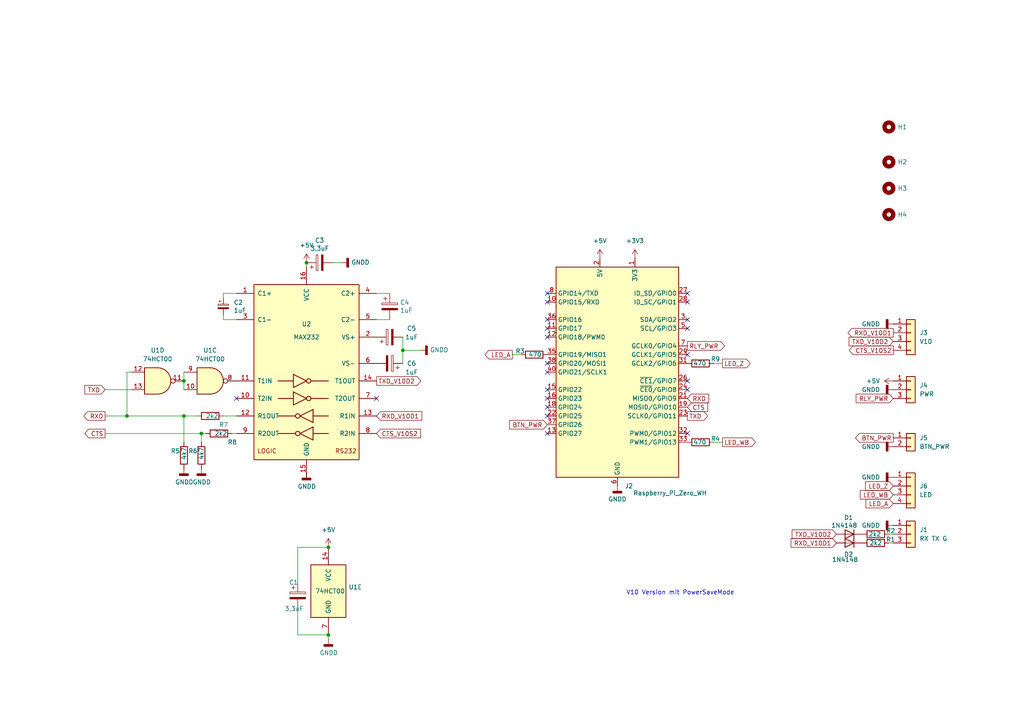
<source format=kicad_sch>
(kicad_sch (version 20250114) (generator "eeschema") (generator_version "9.0")
  (paper "A4")
  (lib_symbols
    (symbol "74xx:74HCT00" (pin_names (offset 1.016))
      (property "Reference" "U" (at 0 1.27 0))
      (property "Value" "74HCT00" (at 0 -1.27 0))
      (symbol "74HCT00_1_1"
        (arc (start 0 3.81) (mid 3.7934 0) (end 0 -3.81) (stroke (width 0.254)) (fill (type background)))
        (polyline (pts (xy 0 3.81) (xy -3.81 3.81) (xy -3.81 -3.81) (xy 0 -3.81)) (stroke (width 0.254)) (fill (type background)))
        (pin input line (at -7.62 2.54 0) (length 3.81) (name "~") (number "1"))
        (pin input line (at -7.62 -2.54 0) (length 3.81) (name "~") (number "2"))
        (pin output inverted (at 7.62 0 180) (length 3.81) (name "~") (number "3"))
      )
      (symbol "74HCT00_1_2"
        (arc (start -3.81 3.81) (mid -2.589 0) (end -3.81 -3.81) (stroke (width 0.254)))
        (polyline (pts (xy -3.81 3.81) (xy -0.635 3.81)) (stroke (width 0.254)) (fill (type background)))
        (polyline (pts (xy -3.81 -3.81) (xy -0.635 -3.81)) (stroke (width 0.254)) (fill (type background)))
        (arc (start 3.81 0) (mid 2.1855 -2.584) (end -0.6096 -3.81) (stroke (width 0.254)) (fill (type background)))
        (arc (start -0.6096 3.81) (mid 2.1928 2.5924) (end 3.81 0) (stroke (width 0.254)) (fill (type background)))
        (polyline (pts (xy -0.635 3.81) (xy -3.81 3.81) (xy -3.81 3.81) (xy -3.556 3.4036) (xy -3.0226 2.2606) (xy -2.6924 1.0414) (xy -2.6162 -0.254) (xy -2.7686 -1.4986) (xy -3.175 -2.7178) (xy -3.81 -3.81) (xy -3.81 -3.81) (xy -0.635 -3.81)) (stroke (width -25.4)) (fill (type background)))
        (pin input inverted (at -7.62 2.54 0) (length 4.318) (name "~") (number "1"))
        (pin input inverted (at -7.62 -2.54 0) (length 4.318) (name "~") (number "2"))
        (pin output line (at 7.62 0 180) (length 3.81) (name "~") (number "3"))
      )
      (symbol "74HCT00_2_1"
        (arc (start 0 3.81) (mid 3.7934 0) (end 0 -3.81) (stroke (width 0.254)) (fill (type background)))
        (polyline (pts (xy 0 3.81) (xy -3.81 3.81) (xy -3.81 -3.81) (xy 0 -3.81)) (stroke (width 0.254)) (fill (type background)))
        (pin input line (at -7.62 2.54 0) (length 3.81) (name "~") (number "4"))
        (pin input line (at -7.62 -2.54 0) (length 3.81) (name "~") (number "5"))
        (pin output inverted (at 7.62 0 180) (length 3.81) (name "~") (number "6"))
      )
      (symbol "74HCT00_2_2"
        (arc (start -3.81 3.81) (mid -2.589 0) (end -3.81 -3.81) (stroke (width 0.254)))
        (polyline (pts (xy -3.81 3.81) (xy -0.635 3.81)) (stroke (width 0.254)) (fill (type background)))
        (polyline (pts (xy -3.81 -3.81) (xy -0.635 -3.81)) (stroke (width 0.254)) (fill (type background)))
        (arc (start 3.81 0) (mid 2.1855 -2.584) (end -0.6096 -3.81) (stroke (width 0.254)) (fill (type background)))
        (arc (start -0.6096 3.81) (mid 2.1928 2.5924) (end 3.81 0) (stroke (width 0.254)) (fill (type background)))
        (polyline (pts (xy -0.635 3.81) (xy -3.81 3.81) (xy -3.81 3.81) (xy -3.556 3.4036) (xy -3.0226 2.2606) (xy -2.6924 1.0414) (xy -2.6162 -0.254) (xy -2.7686 -1.4986) (xy -3.175 -2.7178) (xy -3.81 -3.81) (xy -3.81 -3.81) (xy -0.635 -3.81)) (stroke (width -25.4)) (fill (type background)))
        (pin input inverted (at -7.62 2.54 0) (length 4.318) (name "~") (number "4"))
        (pin input inverted (at -7.62 -2.54 0) (length 4.318) (name "~") (number "5"))
        (pin output line (at 7.62 0 180) (length 3.81) (name "~") (number "6"))
      )
      (symbol "74HCT00_3_1"
        (arc (start 0 3.81) (mid 3.7934 0) (end 0 -3.81) (stroke (width 0.254)) (fill (type background)))
        (polyline (pts (xy 0 3.81) (xy -3.81 3.81) (xy -3.81 -3.81) (xy 0 -3.81)) (stroke (width 0.254)) (fill (type background)))
        (pin input line (at -7.62 2.54 0) (length 3.81) (name "~") (number "9"))
        (pin input line (at -7.62 -2.54 0) (length 3.81) (name "~") (number "10"))
        (pin output inverted (at 7.62 0 180) (length 3.81) (name "~") (number "8"))
      )
      (symbol "74HCT00_3_2"
        (arc (start -3.81 3.81) (mid -2.589 0) (end -3.81 -3.81) (stroke (width 0.254)))
        (polyline (pts (xy -3.81 3.81) (xy -0.635 3.81)) (stroke (width 0.254)) (fill (type background)))
        (polyline (pts (xy -3.81 -3.81) (xy -0.635 -3.81)) (stroke (width 0.254)) (fill (type background)))
        (arc (start 3.81 0) (mid 2.1855 -2.584) (end -0.6096 -3.81) (stroke (width 0.254)) (fill (type background)))
        (arc (start -0.6096 3.81) (mid 2.1928 2.5924) (end 3.81 0) (stroke (width 0.254)) (fill (type background)))
        (polyline (pts (xy -0.635 3.81) (xy -3.81 3.81) (xy -3.81 3.81) (xy -3.556 3.4036) (xy -3.0226 2.2606) (xy -2.6924 1.0414) (xy -2.6162 -0.254) (xy -2.7686 -1.4986) (xy -3.175 -2.7178) (xy -3.81 -3.81) (xy -3.81 -3.81) (xy -0.635 -3.81)) (stroke (width -25.4)) (fill (type background)))
        (pin input inverted (at -7.62 2.54 0) (length 4.318) (name "~") (number "9"))
        (pin input inverted (at -7.62 -2.54 0) (length 4.318) (name "~") (number "10"))
        (pin output line (at 7.62 0 180) (length 3.81) (name "~") (number "8"))
      )
      (symbol "74HCT00_4_1"
        (arc (start 0 3.81) (mid 3.7934 0) (end 0 -3.81) (stroke (width 0.254)) (fill (type background)))
        (polyline (pts (xy 0 3.81) (xy -3.81 3.81) (xy -3.81 -3.81) (xy 0 -3.81)) (stroke (width 0.254)) (fill (type background)))
        (pin input line (at -7.62 2.54 0) (length 3.81) (name "~") (number "12"))
        (pin input line (at -7.62 -2.54 0) (length 3.81) (name "~") (number "13"))
        (pin output inverted (at 7.62 0 180) (length 3.81) (name "~") (number "11"))
      )
      (symbol "74HCT00_4_2"
        (arc (start -3.81 3.81) (mid -2.589 0) (end -3.81 -3.81) (stroke (width 0.254)))
        (polyline (pts (xy -3.81 3.81) (xy -0.635 3.81)) (stroke (width 0.254)) (fill (type background)))
        (polyline (pts (xy -3.81 -3.81) (xy -0.635 -3.81)) (stroke (width 0.254)) (fill (type background)))
        (arc (start 3.81 0) (mid 2.1855 -2.584) (end -0.6096 -3.81) (stroke (width 0.254)) (fill (type background)))
        (arc (start -0.6096 3.81) (mid 2.1928 2.5924) (end 3.81 0) (stroke (width 0.254)) (fill (type background)))
        (polyline (pts (xy -0.635 3.81) (xy -3.81 3.81) (xy -3.81 3.81) (xy -3.556 3.4036) (xy -3.0226 2.2606) (xy -2.6924 1.0414) (xy -2.6162 -0.254) (xy -2.7686 -1.4986) (xy -3.175 -2.7178) (xy -3.81 -3.81) (xy -3.81 -3.81) (xy -0.635 -3.81)) (stroke (width -25.4)) (fill (type background)))
        (pin input inverted (at -7.62 2.54 0) (length 4.318) (name "~") (number "12"))
        (pin input inverted (at -7.62 -2.54 0) (length 4.318) (name "~") (number "13"))
        (pin output line (at 7.62 0 180) (length 3.81) (name "~") (number "11"))
      )
      (symbol "74HCT00_5_0"
        (pin power_in line (at 0 12.7 270) (length 5.08) (name "VCC") (number "14"))
        (pin power_in line (at 0 -12.7 90) (length 5.08) (name "GND") (number "7"))
      )
      (symbol "74HCT00_5_1"
        (rectangle (start -5.08 7.62) (end 5.08 -7.62) (stroke (width 0.254)) (fill (type background)))
      )
    )
    (symbol "Connector:Raspberry_Pi_2_3"
      (property "Reference" "J" (at -17.78 31.75 0))
      (property "Value" "Raspberry_Pi_2_3" (at 10.16 -31.75 0))
      (symbol "Raspberry_Pi_2_3_0_1"
        (rectangle (start -17.78 30.48) (end 17.78 -30.48) (stroke (width 0.254)) (fill (type background)))
      )
      (symbol "Raspberry_Pi_2_3_1_1"
        (pin bidirectional line (at -20.32 22.86 0) (length 2.54) (name "GPIO14/TXD") (number "8"))
        (pin bidirectional line (at -20.32 20.32 0) (length 2.54) (name "GPIO15/RXD") (number "10"))
        (pin bidirectional line (at -20.32 15.24 0) (length 2.54) (name "GPIO16") (number "36"))
        (pin bidirectional line (at -20.32 12.7 0) (length 2.54) (name "GPIO17") (number "11"))
        (pin bidirectional line (at -20.32 10.16 0) (length 2.54) (name "GPIO18/PWM0") (number "12"))
        (pin bidirectional line (at -20.32 5.08 0) (length 2.54) (name "GPIO19/MISO1") (number "35"))
        (pin bidirectional line (at -20.32 2.54 0) (length 2.54) (name "GPIO20/MOSI1") (number "38"))
        (pin bidirectional line (at -20.32 0 0) (length 2.54) (name "GPIO21/SCLK1") (number "40"))
        (pin bidirectional line (at -20.32 -5.08 0) (length 2.54) (name "GPIO22") (number "15"))
        (pin bidirectional line (at -20.32 -7.62 0) (length 2.54) (name "GPIO23") (number "16"))
        (pin bidirectional line (at -20.32 -10.16 0) (length 2.54) (name "GPIO24") (number "18"))
        (pin bidirectional line (at -20.32 -12.7 0) (length 2.54) (name "GPIO25") (number "22"))
        (pin bidirectional line (at -20.32 -15.24 0) (length 2.54) (name "GPIO26") (number "37"))
        (pin bidirectional line (at -20.32 -17.78 0) (length 2.54) (name "GPIO27") (number "13"))
        (pin power_in line (at -5.08 33.02 270) (length 2.54) (name "5V") (number "2"))
        (pin passive line (at -5.08 33.02 270) (length 2.54) (hide yes) (name "5V") (number "4"))
        (pin passive line (at 0 -33.02 90) (length 2.54) (hide yes) (name "GND") (number "14"))
        (pin passive line (at 0 -33.02 90) (length 2.54) (hide yes) (name "GND") (number "20"))
        (pin passive line (at 0 -33.02 90) (length 2.54) (hide yes) (name "GND") (number "25"))
        (pin passive line (at 0 -33.02 90) (length 2.54) (hide yes) (name "GND") (number "30"))
        (pin passive line (at 0 -33.02 90) (length 2.54) (hide yes) (name "GND") (number "34"))
        (pin passive line (at 0 -33.02 90) (length 2.54) (hide yes) (name "GND") (number "39"))
        (pin power_in line (at 0 -33.02 90) (length 2.54) (name "GND") (number "6"))
        (pin passive line (at 0 -33.02 90) (length 2.54) (hide yes) (name "GND") (number "9"))
        (pin power_in line (at 5.08 33.02 270) (length 2.54) (name "3V3") (number "1"))
        (pin passive line (at 5.08 33.02 270) (length 2.54) (hide yes) (name "3V3") (number "17"))
        (pin bidirectional line (at 20.32 22.86 180) (length 2.54) (name "ID_SD/GPIO0") (number "27"))
        (pin bidirectional line (at 20.32 20.32 180) (length 2.54) (name "ID_SC/GPIO1") (number "28"))
        (pin bidirectional line (at 20.32 15.24 180) (length 2.54) (name "SDA/GPIO2") (number "3"))
        (pin bidirectional line (at 20.32 12.7 180) (length 2.54) (name "SCL/GPIO3") (number "5"))
        (pin bidirectional line (at 20.32 7.62 180) (length 2.54) (name "GCLK0/GPIO4") (number "7"))
        (pin bidirectional line (at 20.32 5.08 180) (length 2.54) (name "GCLK1/GPIO5") (number "29"))
        (pin bidirectional line (at 20.32 2.54 180) (length 2.54) (name "GCLK2/GPIO6") (number "31"))
        (pin bidirectional line (at 20.32 -2.54 180) (length 2.54) (name "~{CE1}/GPIO7") (number "26"))
        (pin bidirectional line (at 20.32 -5.08 180) (length 2.54) (name "~{CE0}/GPIO8") (number "24"))
        (pin bidirectional line (at 20.32 -7.62 180) (length 2.54) (name "MISO0/GPIO9") (number "21"))
        (pin bidirectional line (at 20.32 -10.16 180) (length 2.54) (name "MOSI0/GPIO10") (number "19"))
        (pin bidirectional line (at 20.32 -12.7 180) (length 2.54) (name "SCLK0/GPIO11") (number "23"))
        (pin bidirectional line (at 20.32 -17.78 180) (length 2.54) (name "PWM0/GPIO12") (number "32"))
        (pin bidirectional line (at 20.32 -20.32 180) (length 2.54) (name "PWM1/GPIO13") (number "33"))
      )
    )
    (symbol "Connector_Generic:Conn_01x02" (pin_names (offset 1.016) (hide yes))
      (property "Reference" "J" (at 0 2.54 0))
      (property "Value" "Conn_01x02" (at 0 -5.08 0))
      (symbol "Conn_01x02_1_1"
        (rectangle (start -1.27 1.27) (end 1.27 -3.81) (stroke (width 0.254)) (fill (type background)))
        (rectangle (start -1.27 0.127) (end 0 -0.127) (stroke (width 0.1524)))
        (rectangle (start -1.27 -2.413) (end 0 -2.667) (stroke (width 0.1524)))
        (pin passive line (at -5.08 0 0) (length 3.81) (name "Pin_1") (number "1"))
        (pin passive line (at -5.08 -2.54 0) (length 3.81) (name "Pin_2") (number "2"))
      )
    )
    (symbol "Connector_Generic:Conn_01x03" (pin_names (offset 1.016) (hide yes))
      (property "Reference" "J" (at 0 5.08 0))
      (property "Value" "Conn_01x03" (at 0 -5.08 0))
      (symbol "Conn_01x03_1_1"
        (rectangle (start -1.27 3.81) (end 1.27 -3.81) (stroke (width 0.254)) (fill (type background)))
        (rectangle (start -1.27 2.667) (end 0 2.413) (stroke (width 0.1524)))
        (rectangle (start -1.27 0.127) (end 0 -0.127) (stroke (width 0.1524)))
        (rectangle (start -1.27 -2.413) (end 0 -2.667) (stroke (width 0.1524)))
        (pin passive line (at -5.08 2.54 0) (length 3.81) (name "Pin_1") (number "1"))
        (pin passive line (at -5.08 0 0) (length 3.81) (name "Pin_2") (number "2"))
        (pin passive line (at -5.08 -2.54 0) (length 3.81) (name "Pin_3") (number "3"))
      )
    )
    (symbol "Connector_Generic:Conn_01x04" (pin_names (offset 1.016) (hide yes))
      (property "Reference" "J" (at 0 5.08 0))
      (property "Value" "Conn_01x04" (at 0 -7.62 0))
      (symbol "Conn_01x04_1_1"
        (rectangle (start -1.27 3.81) (end 1.27 -6.35) (stroke (width 0.254)) (fill (type background)))
        (rectangle (start -1.27 2.667) (end 0 2.413) (stroke (width 0.1524)))
        (rectangle (start -1.27 0.127) (end 0 -0.127) (stroke (width 0.1524)))
        (rectangle (start -1.27 -2.413) (end 0 -2.667) (stroke (width 0.1524)))
        (rectangle (start -1.27 -4.953) (end 0 -5.207) (stroke (width 0.1524)))
        (pin passive line (at -5.08 2.54 0) (length 3.81) (name "Pin_1") (number "1"))
        (pin passive line (at -5.08 0 0) (length 3.81) (name "Pin_2") (number "2"))
        (pin passive line (at -5.08 -2.54 0) (length 3.81) (name "Pin_3") (number "3"))
        (pin passive line (at -5.08 -5.08 0) (length 3.81) (name "Pin_4") (number "4"))
      )
    )
    (symbol "Device:C_Polarized" (pin_numbers (hide yes)) (pin_names (offset 0.254))
      (property "Reference" "C" (at 0.635 2.54 0))
      (property "Value" "C_Polarized" (at 0.635 -2.54 0))
      (symbol "C_Polarized_0_1"
        (rectangle (start -2.286 0.508) (end 2.286 1.016))
        (polyline (pts (xy -1.778 2.286) (xy -0.762 2.286)))
        (polyline (pts (xy -1.27 2.794) (xy -1.27 1.778)))
        (rectangle (start 2.286 -0.508) (end -2.286 -1.016) (fill (type outline)))
      )
      (symbol "C_Polarized_1_1"
        (pin passive line (at 0 3.81 270) (length 2.794) (name "~") (number "1"))
        (pin passive line (at 0 -3.81 90) (length 2.794) (name "~") (number "2"))
      )
    )
    (symbol "Device:C_Polarized_Small" (pin_numbers (hide yes)) (pin_names (offset 0.254) (hide yes))
      (property "Reference" "C" (at 0.254 1.778 0))
      (property "Value" "C_Polarized_Small" (at 0.254 -2.032 0))
      (symbol "C_Polarized_Small_0_1"
        (rectangle (start -1.524 0.6858) (end 1.524 0.3048))
        (rectangle (start -1.524 -0.3048) (end 1.524 -0.6858) (fill (type outline)))
        (polyline (pts (xy -1.27 1.524) (xy -0.762 1.524)))
        (polyline (pts (xy -1.016 1.27) (xy -1.016 1.778)))
      )
      (symbol "C_Polarized_Small_1_1"
        (pin passive line (at 0 2.54 270) (length 1.8542) (name "~") (number "1"))
        (pin passive line (at 0 -2.54 90) (length 1.8542) (name "~") (number "2"))
      )
    )
    (symbol "Device:D" (pin_numbers (hide yes)) (pin_names (offset 1.016) (hide yes))
      (property "Reference" "D" (at 0 2.54 0))
      (property "Value" "D" (at 0 -2.54 0))
      (symbol "D_0_1"
        (polyline (pts (xy -1.27 1.27) (xy -1.27 -1.27)) (stroke (width 0.254)))
        (polyline (pts (xy 1.27 1.27) (xy 1.27 -1.27) (xy -1.27 0) (xy 1.27 1.27)) (stroke (width 0.254)))
        (polyline (pts (xy 1.27 0) (xy -1.27 0)))
      )
      (symbol "D_1_1"
        (pin passive line (at -3.81 0 0) (length 2.54) (name "K") (number "1"))
        (pin passive line (at 3.81 0 180) (length 2.54) (name "A") (number "2"))
      )
    )
    (symbol "Device:R" (pin_numbers (hide yes)) (pin_names (offset 0))
      (property "Reference" "R" (at 2.032 0 90))
      (property "Value" "R" (at 0 0 90))
      (symbol "R_0_1"
        (rectangle (start -1.016 -2.54) (end 1.016 2.54) (stroke (width 0.254)))
      )
      (symbol "R_1_1"
        (pin passive line (at 0 3.81 270) (length 1.27) (name "~") (number "1"))
        (pin passive line (at 0 -3.81 90) (length 1.27) (name "~") (number "2"))
      )
    )
    (symbol "Interface_UART:MAX232" (pin_names (offset 1.016))
      (property "Reference" "U" (at -2.54 28.575 0))
      (property "Value" "MAX232" (at -2.54 26.67 0))
      (symbol "MAX232_0_0"
        (text "LOGIC" (at -11.43 -22.86 0) (effects (font (size 1.27 1.27))))
        (text "RS232" (at 11.43 -22.86 0) (effects (font (size 1.27 1.27))))
      )
      (symbol "MAX232_0_1"
        (rectangle (start -15.24 -25.4) (end 15.24 25.4) (stroke (width 0.254)) (fill (type background)))
        (polyline (pts (xy -3.81 -0.635) (xy -3.81 -4.445) (xy 0 -2.54) (xy -3.81 -0.635)) (stroke (width 0.254)))
        (polyline (pts (xy -3.81 -2.54) (xy -8.255 -2.54)) (stroke (width 0.254)))
        (polyline (pts (xy -3.81 -5.715) (xy -3.81 -9.525) (xy 0 -7.62) (xy -3.81 -5.715)) (stroke (width 0.254)))
        (polyline (pts (xy -3.81 -7.62) (xy -8.255 -7.62)) (stroke (width 0.254)))
        (polyline (pts (xy -3.175 -12.7) (xy -8.255 -12.7)) (stroke (width 0.254)))
        (polyline (pts (xy -3.175 -17.78) (xy -8.255 -17.78)) (stroke (width 0.254)))
        (circle (center -2.54 -12.7) (radius 0.635) (stroke (width 0.254)))
        (circle (center -2.54 -17.78) (radius 0.635) (stroke (width 0.254)))
        (circle (center 0.635 -2.54) (radius 0.635) (stroke (width 0.254)))
        (circle (center 0.635 -7.62) (radius 0.635) (stroke (width 0.254)))
        (polyline (pts (xy 1.27 -2.54) (xy 6.35 -2.54)) (stroke (width 0.254)))
        (polyline (pts (xy 1.27 -7.62) (xy 6.35 -7.62)) (stroke (width 0.254)))
        (polyline (pts (xy 1.905 -10.795) (xy 1.905 -14.605) (xy -1.905 -12.7) (xy 1.905 -10.795)) (stroke (width 0.254)))
        (polyline (pts (xy 1.905 -12.7) (xy 6.35 -12.7)) (stroke (width 0.254)))
        (polyline (pts (xy 1.905 -15.875) (xy 1.905 -19.685) (xy -1.905 -17.78) (xy 1.905 -15.875)) (stroke (width 0.254)))
        (polyline (pts (xy 1.905 -17.78) (xy 6.35 -17.78)) (stroke (width 0.254)))
      )
      (symbol "MAX232_1_1"
        (pin passive line (at -20.32 22.86 0) (length 5.08) (name "C1+") (number "1"))
        (pin passive line (at -20.32 15.24 0) (length 5.08) (name "C1-") (number "3"))
        (pin input line (at -20.32 -2.54 0) (length 5.08) (name "T1IN") (number "11"))
        (pin input line (at -20.32 -7.62 0) (length 5.08) (name "T2IN") (number "10"))
        (pin output line (at -20.32 -12.7 0) (length 5.08) (name "R1OUT") (number "12"))
        (pin output line (at -20.32 -17.78 0) (length 5.08) (name "R2OUT") (number "9"))
        (pin power_in line (at 0 30.48 270) (length 5.08) (name "VCC") (number "16"))
        (pin power_in line (at 0 -30.48 90) (length 5.08) (name "GND") (number "15"))
        (pin passive line (at 20.32 22.86 180) (length 5.08) (name "C2+") (number "4"))
        (pin passive line (at 20.32 15.24 180) (length 5.08) (name "C2-") (number "5"))
        (pin power_out line (at 20.32 10.16 180) (length 5.08) (name "VS+") (number "2"))
        (pin power_out line (at 20.32 2.54 180) (length 5.08) (name "VS-") (number "6"))
        (pin output line (at 20.32 -2.54 180) (length 5.08) (name "T1OUT") (number "14"))
        (pin output line (at 20.32 -7.62 180) (length 5.08) (name "T2OUT") (number "7"))
        (pin input line (at 20.32 -12.7 180) (length 5.08) (name "R1IN") (number "13"))
        (pin input line (at 20.32 -17.78 180) (length 5.08) (name "R2IN") (number "8"))
      )
    )
    (symbol "Mechanical:MountingHole" (pin_names (offset 1.016)) (in_bom no)
      (property "Reference" "H" (at 0 5.08 0))
      (property "Value" "MountingHole" (at 0 3.175 0))
      (symbol "MountingHole_0_1"
        (circle (center 0 0) (radius 1.27) (stroke (width 1.27)))
      )
    )
    (symbol "power:+3V3" (power) (pin_numbers (hide yes)) (pin_names (offset 0) (hide yes))
      (property "Value" "+3V3" (at 0 3.556 0))
      (symbol "+3V3_0_1"
        (polyline (pts (xy -0.762 1.27) (xy 0 2.54)))
        (polyline (pts (xy 0 2.54) (xy 0.762 1.27)))
        (polyline (pts (xy 0 0) (xy 0 2.54)))
      )
      (symbol "+3V3_1_1"
        (pin power_in line (at 0 0 90) (length 0) (name "~") (number "1"))
      )
    )
    (symbol "power:+5V" (power) (pin_numbers (hide yes)) (pin_names (offset 0) (hide yes))
      (property "Value" "+5V" (at 0 3.556 0))
      (symbol "+5V_0_1"
        (polyline (pts (xy -0.762 1.27) (xy 0 2.54)))
        (polyline (pts (xy 0 2.54) (xy 0.762 1.27)))
        (polyline (pts (xy 0 0) (xy 0 2.54)))
      )
      (symbol "+5V_1_1"
        (pin power_in line (at 0 0 90) (length 0) (name "~") (number "1"))
      )
    )
    (symbol "power:GNDD" (power) (pin_numbers (hide yes)) (pin_names (offset 0) (hide yes))
      (property "Value" "GNDD" (at 0 -3.175 0))
      (symbol "GNDD_0_1"
        (rectangle (start -1.27 -1.524) (end 1.27 -2.032) (stroke (width 0.254)) (fill (type outline)))
        (polyline (pts (xy 0 0) (xy 0 -1.524)))
      )
      (symbol "GNDD_1_1"
        (pin power_in line (at 0 0 270) (length 0) (name "~") (number "1"))
      )
    )
  )
  (text "V10 Version mit PowerSaveMode" (at 181.61 172.72 0) (effects (font (size 1.27 1.27)) (justify left bottom)))
  (junction (at 95.25 158.75))
  (junction (at 88.9 76.2))
  (junction (at 116.84 101.6))
  (junction (at 36.83 120.65))
  (junction (at 95.25 184.15))
  (junction (at 53.34 120.65))
  (junction (at 58.42 125.73))
  (junction (at 53.34 110.49))
  (no_connect (at 158.75 97.79))
  (no_connect (at 158.75 115.57))
  (no_connect (at 68.58 115.57))
  (no_connect (at 158.75 113.03))
  (no_connect (at 199.39 125.73))
  (no_connect (at 199.39 110.49))
  (no_connect (at 199.39 102.87))
  (no_connect (at 199.39 85.09))
  (no_connect (at 199.39 95.25))
  (no_connect (at 158.75 95.25))
  (no_connect (at 158.75 107.95))
  (no_connect (at 158.75 87.63))
  (no_connect (at 158.75 118.11))
  (no_connect (at 199.39 87.63))
  (no_connect (at 158.75 125.73))
  (no_connect (at 158.75 92.71))
  (no_connect (at 109.22 115.57))
  (no_connect (at 158.75 85.09))
  (no_connect (at 199.39 92.71))
  (no_connect (at 199.39 113.03))
  (no_connect (at 158.75 105.41))
  (no_connect (at 158.75 120.65))
  (wire (pts (xy 64.77 92.71) (xy 68.58 92.71)))
  (wire (pts (xy 116.84 101.6) (xy 116.84 97.79)))
  (wire (pts (xy 53.34 110.49) (xy 53.34 113.03)))
  (wire (pts (xy 36.83 120.65) (xy 36.83 107.95)))
  (wire (pts (xy 207.01 128.27) (xy 209.55 128.27)))
  (wire (pts (xy 53.34 128.27) (xy 53.34 120.65)))
  (wire (pts (xy 96.52 76.2) (xy 99.06 76.2)))
  (wire (pts (xy 36.83 107.95) (xy 38.1 107.95)))
  (wire (pts (xy 109.22 85.09) (xy 113.03 85.09)))
  (wire (pts (xy 64.77 85.09) (xy 64.77 86.36)))
  (wire (pts (xy 36.83 120.65) (xy 53.34 120.65)))
  (wire (pts (xy 68.58 125.73) (xy 67.31 125.73)))
  (wire (pts (xy 86.36 158.75) (xy 95.25 158.75)))
  (wire (pts (xy 58.42 125.73) (xy 59.69 125.73)))
  (wire (pts (xy 64.77 85.09) (xy 68.58 85.09)))
  (wire (pts (xy 86.36 184.15) (xy 95.25 184.15)))
  (wire (pts (xy 30.48 113.03) (xy 38.1 113.03)))
  (wire (pts (xy 58.42 128.27) (xy 58.42 125.73)))
  (wire (pts (xy 86.36 176.53) (xy 86.36 184.15)))
  (wire (pts (xy 88.9 138.43) (xy 88.9 137.16)))
  (wire (pts (xy 86.36 158.75) (xy 86.36 168.91)))
  (wire (pts (xy 53.34 120.65) (xy 57.15 120.65)))
  (wire (pts (xy 116.84 105.41) (xy 116.84 101.6)))
  (wire (pts (xy 121.92 101.6) (xy 116.84 101.6)))
  (wire (pts (xy 109.22 92.71) (xy 113.03 92.71)))
  (wire (pts (xy 257.81 154.94) (xy 259.08 154.94)))
  (wire (pts (xy 64.77 120.65) (xy 68.58 120.65)))
  (wire (pts (xy 30.48 120.65) (xy 36.83 120.65)))
  (wire (pts (xy 257.81 157.48) (xy 259.08 157.48)))
  (wire (pts (xy 53.34 107.95) (xy 53.34 110.49)))
  (wire (pts (xy 58.42 125.73) (xy 30.48 125.73)))
  (wire (pts (xy 88.9 76.2) (xy 88.9 77.47)))
  (wire (pts (xy 64.77 91.44) (xy 64.77 92.71)))
  (wire (pts (xy 207.01 105.41) (xy 209.55 105.41)))
  (wire (pts (xy 148.59 102.87) (xy 151.13 102.87)))
  (wire (pts (xy 95.25 184.15) (xy 95.25 185.42)))
  (global_label "RXD_V10D1" (shape output) (at 259.08 96.52 180) (property "Intersheetrefs" "${INTERSHEET_REFS}" (effects (hide yes))))
  (global_label "CTS" (shape input) (at 199.39 118.11 0) (property "Intersheetrefs" "${INTERSHEET_REFS}" (effects (hide yes))))
  (global_label "LED_WB" (shape input) (at 259.08 143.51 180) (property "Intersheetrefs" "${INTERSHEET_REFS}" (effects (hide yes))))
  (global_label "BTN_PWR" (shape output) (at 259.08 127 180) (property "Intersheetrefs" "${INTERSHEET_REFS}" (effects (hide yes))))
  (global_label "CTS" (shape output) (at 30.48 125.73 180) (property "Intersheetrefs" "${INTERSHEET_REFS}" (effects (hide yes))))
  (global_label "RLY_PWR" (shape output) (at 199.39 100.33 0) (property "Intersheetrefs" "${INTERSHEET_REFS}" (effects (hide yes))))
  (global_label "TXD_V10D2" (shape input) (at 259.08 99.06 180) (property "Intersheetrefs" "${INTERSHEET_REFS}" (effects (hide yes))))
  (global_label "TXD" (shape output) (at 199.39 120.65 0) (property "Intersheetrefs" "${INTERSHEET_REFS}" (effects (hide yes))))
  (global_label "LED_Z" (shape input) (at 259.08 140.97 180) (property "Intersheetrefs" "${INTERSHEET_REFS}" (effects (hide yes))))
  (global_label "RLY_PWR" (shape input) (at 259.08 115.57 180) (property "Intersheetrefs" "${INTERSHEET_REFS}" (effects (hide yes))))
  (global_label "LED_WB" (shape output) (at 209.55 128.27 0) (property "Intersheetrefs" "${INTERSHEET_REFS}" (effects (hide yes))))
  (global_label "LED_A" (shape output) (at 148.59 102.87 180) (property "Intersheetrefs" "${INTERSHEET_REFS}" (effects (hide yes))))
  (global_label "RXD" (shape input) (at 199.39 115.57 0) (property "Intersheetrefs" "${INTERSHEET_REFS}" (effects (hide yes))))
  (global_label "LED_Z" (shape output) (at 209.55 105.41 0) (property "Intersheetrefs" "${INTERSHEET_REFS}" (effects (hide yes))))
  (global_label "TXD" (shape input) (at 30.48 113.03 180) (property "Intersheetrefs" "${INTERSHEET_REFS}" (effects (hide yes))))
  (global_label "TXD_V10D2" (shape input) (at 242.57 154.94 180) (property "Intersheetrefs" "${INTERSHEET_REFS}" (effects (hide yes))))
  (global_label "CTS_V10S2" (shape input) (at 109.22 125.73 0) (property "Intersheetrefs" "${INTERSHEET_REFS}" (effects (hide yes))))
  (global_label "RXD" (shape output) (at 30.48 120.65 180) (property "Intersheetrefs" "${INTERSHEET_REFS}" (effects (hide yes))))
  (global_label "RXD_V10D1" (shape input) (at 242.57 157.48 180) (property "Intersheetrefs" "${INTERSHEET_REFS}" (effects (hide yes))))
  (global_label "RXD_V10D1" (shape input) (at 109.22 120.65 0) (property "Intersheetrefs" "${INTERSHEET_REFS}" (effects (hide yes))))
  (global_label "CTS_V10S2" (shape output) (at 259.08 101.6 180) (property "Intersheetrefs" "${INTERSHEET_REFS}" (effects (hide yes))))
  (global_label "BTN_PWR" (shape input) (at 158.75 123.19 180) (property "Intersheetrefs" "${INTERSHEET_REFS}" (effects (hide yes))))
  (global_label "TXD_V10D2" (shape output) (at 109.22 110.49 0) (property "Intersheetrefs" "${INTERSHEET_REFS}" (effects (hide yes))))
  (global_label "LED_A" (shape input) (at 259.08 146.05 180) (property "Intersheetrefs" "${INTERSHEET_REFS}" (effects (hide yes))))
  (symbol (lib_id "Interface_UART:MAX232") (at 88.9 107.95 0) (unit 1)
    (property "Reference" "U2" (at 88.9 93.98 0))
    (property "Value" "MAX232" (at 88.9 97.79 0))
    (property "Footprint" "Package_DIP:DIP-16_W7.62mm" (effects (hide yes)))
  )
  (symbol (lib_id "Device:R") (at 58.42 132.08 0) (unit 1)
    (property "Reference" "R6" (at 54.61 130.81 0) (effects (justify left)))
    (property "Value" "4k7" (at 58.42 133.35 90) (effects (justify left)))
    (property "Footprint" "Resistor_THT:R_Axial_DIN0207_L6.3mm_D2.5mm_P2.54mm_Vertical" (effects (hide yes)))
  )
  (symbol (lib_id "Device:C_Polarized_Small") (at 64.77 88.9 0) (unit 1)
    (property "Reference" "C2" (at 67.7672 87.7316 0) (effects (justify left)))
    (property "Value" "1uF" (at 67.7672 90.043 0) (effects (justify left)))
    (property "Footprint" "Capacitor_THT:CP_Radial_Tantal_D4.5mm_P2.50mm" (effects (hide yes)))
  )
  (symbol (lib_id "Device:C_Polarized") (at 113.03 88.9 0) (unit 1)
    (property "Reference" "C4" (at 116.0272 87.7316 0) (effects (justify left)))
    (property "Value" "1uF" (at 116.0272 90.043 0) (effects (justify left)))
    (property "Footprint" "Capacitor_THT:CP_Radial_Tantal_D4.5mm_P2.50mm" (effects (hide yes)))
  )
  (symbol (lib_id "Device:C_Polarized") (at 113.03 97.79 90) (unit 1)
    (property "Reference" "C5" (at 119.38 95.25 90))
    (property "Value" "1uF" (at 119.38 97.79 90))
    (property "Footprint" "Capacitor_THT:CP_Radial_Tantal_D4.5mm_P2.50mm" (effects (hide yes)))
  )
  (symbol (lib_id "Device:C_Polarized") (at 113.03 105.41 270) (mirror x) (unit 1)
    (property "Reference" "C6" (at 119.38 105.41 90))
    (property "Value" "1uF" (at 119.38 107.95 90))
    (property "Footprint" "Capacitor_THT:CP_Radial_Tantal_D4.5mm_P2.50mm" (effects (hide yes)))
  )
  (symbol (lib_id "power:GNDD") (at 88.9 137.16 0) (unit 1)
    (property "Reference" "#PWR05" (effects (hide yes)))
    (property "Value" "GNDD" (at 89.0016 141.097 0))
    (property "Description" "Power symbol creates a global label with name \"GNDD\" , digital ground" (effects (hide yes)))
  )
  (symbol (lib_id "Device:R") (at 63.5 125.73 270) (unit 1)
    (property "Reference" "R8" (at 66.04 128.27 90) (effects (justify left)))
    (property "Value" "2k2" (at 62.23 125.73 90) (effects (justify left)))
    (property "Footprint" "Resistor_THT:R_Axial_DIN0207_L6.3mm_D2.5mm_P2.54mm_Vertical" (effects (hide yes)))
  )
  (symbol (lib_id "Device:R") (at 53.34 132.08 0) (unit 1)
    (property "Reference" "R5" (at 49.53 130.81 0) (effects (justify left)))
    (property "Value" "4k7" (at 53.34 133.35 90) (effects (justify left)))
    (property "Footprint" "Resistor_THT:R_Axial_DIN0207_L6.3mm_D2.5mm_P2.54mm_Vertical" (effects (hide yes)))
  )
  (symbol (lib_id "Device:R") (at 60.96 120.65 270) (unit 1)
    (property "Reference" "R7" (at 63.5 123.19 90) (effects (justify left)))
    (property "Value" "2k2" (at 59.69 120.65 90) (effects (justify left)))
    (property "Footprint" "Resistor_THT:R_Axial_DIN0207_L6.3mm_D2.5mm_P2.54mm_Vertical" (effects (hide yes)))
  )
  (symbol (lib_id "power:GNDD") (at 121.92 101.6 90) (unit 1)
    (property "Reference" "#PWR07" (effects (hide yes)))
    (property "Value" "GNDD" (at 124.714 101.4984 90) (effects (justify right)))
    (property "Description" "Power symbol creates a global label with name \"GNDD\" , digital ground" (effects (hide yes)))
  )
  (symbol (lib_id "74xx:74HCT00") (at 95.25 171.45 0) (unit 5)
    (property "Reference" "U1" (at 101.092 170.2816 0) (effects (justify left)))
    (property "Value" "74HCT00" (at 91.44 171.45 0) (effects (justify left)))
    (property "Footprint" "Package_DIP:DIP-14_W7.62mm" (effects (hide yes)))
  )
  (symbol (lib_id "power:GNDD") (at 95.25 185.42 0) (unit 1)
    (property "Reference" "#PWR01" (effects (hide yes)))
    (property "Value" "GNDD" (at 95.3516 189.357 0))
    (property "Description" "Power symbol creates a global label with name \"GNDD\" , digital ground" (effects (hide yes)))
  )
  (symbol (lib_id "Device:C_Polarized") (at 86.36 172.72 0) (unit 1)
    (property "Reference" "C1" (at 83.82 168.91 0) (effects (justify left)))
    (property "Value" "3,3uF" (at 82.55 176.53 0) (effects (justify left)))
    (property "Footprint" "Capacitor_THT:CP_Radial_Tantal_D4.5mm_P2.50mm" (effects (hide yes)))
  )
  (symbol (lib_id "Device:C_Polarized") (at 92.71 76.2 90) (unit 1)
    (property "Reference" "C3" (at 92.71 69.723 90))
    (property "Value" "3,3uF" (at 92.71 72.0344 90))
    (property "Footprint" "Capacitor_THT:CP_Radial_Tantal_D4.5mm_P2.50mm" (effects (hide yes)))
  )
  (symbol (lib_id "power:GNDD") (at 99.06 76.2 90) (unit 1)
    (property "Reference" "#PWR06" (effects (hide yes)))
    (property "Value" "GNDD" (at 101.854 76.0984 90) (effects (justify right)))
    (property "Description" "Power symbol creates a global label with name \"GNDD\" , digital ground" (effects (hide yes)))
  )
  (symbol (lib_id "Mechanical:MountingHole") (at 257.81 54.61 0) (unit 1) (in_bom no)
    (property "Reference" "H3" (at 260.35 54.6099 0) (effects (justify left)))
    (property "Value" "MountingHole" (effects (hide yes)))
    (property "Footprint" "MountingHole:MountingHole_3.2mm_M3" (effects (hide yes)))
    (property "Description" "Mounting Hole without connection" (effects (hide yes)))
  )
  (symbol (lib_id "power:GNDD") (at 58.42 135.89 0) (unit 1)
    (property "Reference" "#PWR015" (effects (hide yes)))
    (property "Value" "GNDD" (at 58.5216 139.827 0))
    (property "Description" "Power symbol creates a global label with name \"GNDD\" , digital ground" (effects (hide yes)))
  )
  (symbol (lib_id "Mechanical:MountingHole") (at 257.81 46.99 0) (unit 1) (in_bom no)
    (property "Reference" "H2" (at 260.35 46.9899 0) (effects (justify left)))
    (property "Value" "MountingHole" (effects (hide yes)))
    (property "Footprint" "MountingHole:MountingHole_3.2mm_M3" (effects (hide yes)))
    (property "Description" "Mounting Hole without connection" (effects (hide yes)))
  )
  (symbol (lib_id "Device:R") (at 154.94 102.87 270) (unit 1)
    (property "Reference" "R3" (at 150.876 101.854 90))
    (property "Value" "470" (at 155.194 102.87 90))
    (property "Footprint" "Resistor_THT:R_Axial_DIN0309_L9.0mm_D3.2mm_P2.54mm_Vertical" (effects (hide yes)))
    (property "Description" "Resistor" (effects (hide yes)))
  )
  (symbol (lib_id "Connector_Generic:Conn_01x02") (at 264.16 127 0) (unit 1)
    (property "Reference" "J5" (at 266.7 126.9999 0) (effects (justify left)))
    (property "Value" "BTN_PWR" (at 266.7 129.5399 0) (effects (justify left)))
    (property "Footprint" "Connector_Molex:Molex_KK-254_AE-6410-02A_1x02_P2.54mm_Vertical" (effects (hide yes)))
    (property "Description" "Generic connector, single row, 01x02, script generated (kicad-library-utils/schlib/autogen/connector/)" (effects (hide yes)))
  )
  (symbol (lib_id "power:GNDD") (at 259.08 113.03 270) (unit 1)
    (property "Reference" "#PWR011" (effects (hide yes)))
    (property "Value" "GNDD" (at 255.27 113.0299 90) (effects (justify right)))
    (property "Description" "Power symbol creates a global label with name \"GNDD\" , digital ground" (effects (hide yes)))
  )
  (symbol (lib_id "Device:R") (at 203.2 128.27 90) (mirror x) (unit 1)
    (property "Reference" "R4" (at 207.518 127.254 90))
    (property "Value" "470" (at 202.946 128.27 90))
    (property "Footprint" "Resistor_THT:R_Axial_DIN0309_L9.0mm_D3.2mm_P2.54mm_Vertical" (effects (hide yes)))
    (property "Description" "Resistor" (effects (hide yes)))
  )
  (symbol (lib_id "Connector_Generic:Conn_01x04") (at 264.16 96.52 0) (unit 1)
    (property "Reference" "J3" (at 266.7 96.5199 0) (effects (justify left)))
    (property "Value" "V10" (at 266.7 99.0599 0) (effects (justify left)))
    (property "Footprint" "Connector_Molex:Molex_KK-254_AE-6410-04A_1x04_P2.54mm_Vertical" (effects (hide yes)))
    (property "Description" "Generic connector, single row, 01x04, script generated (kicad-library-utils/schlib/autogen/connector/)" (effects (hide yes)))
  )
  (symbol (lib_id "Device:D") (at 246.38 154.94 0) (mirror y) (unit 1)
    (property "Reference" "D1" (at 246.126 150.114 0))
    (property "Value" "1N4148" (at 244.856 152.4 0))
    (property "Footprint" "Diode_THT:D_DO-15_P2.54mm_Vertical_AnodeUp" (effects (hide yes)))
    (property "Description" "Diode" (effects (hide yes)))
    (property "Sim.Device" "D" (effects (hide yes)))
    (property "Sim.Pins" "1=K 2=A" (effects (hide yes)))
  )
  (symbol (lib_id "power:GNDD") (at 259.08 152.4 270) (unit 1)
    (property "Reference" "#PWR02" (effects (hide yes)))
    (property "Value" "GNDD" (at 255.27 152.3999 90) (effects (justify right)))
    (property "Description" "Power symbol creates a global label with name \"GNDD\" , digital ground" (effects (hide yes)))
  )
  (symbol (lib_id "Device:R") (at 254 157.48 90) (mirror x) (unit 1)
    (property "Reference" "R1" (at 258.318 156.464 90))
    (property "Value" "2k2" (at 254 157.48 90))
    (property "Footprint" "Resistor_THT:R_Axial_DIN0309_L9.0mm_D3.2mm_P2.54mm_Vertical" (effects (hide yes)))
    (property "Description" "Resistor" (effects (hide yes)))
  )
  (symbol (lib_id "power:+5V") (at 95.25 158.75 0) (unit 1)
    (property "Reference" "#PWR017" (effects (hide yes)))
    (property "Value" "+5V" (at 95.25 153.67 0))
    (property "Description" "Power symbol creates a global label with name \"+5V\"" (effects (hide yes)))
  )
  (symbol (lib_id "74xx:74HCT00") (at 45.72 110.49 0) (unit 4)
    (property "Reference" "U1" (at 45.7117 101.6 0))
    (property "Value" "74HCT00" (at 45.7117 104.14 0))
    (property "Footprint" "Package_DIP:DIP-14_W7.62mm" (effects (hide yes)))
  )
  (symbol (lib_id "power:GNDD") (at 259.08 138.43 270) (unit 1)
    (property "Reference" "#PWR014" (effects (hide yes)))
    (property "Value" "GNDD" (at 255.27 138.4299 90) (effects (justify right)))
    (property "Description" "Power symbol creates a global label with name \"GNDD\" , digital ground" (effects (hide yes)))
  )
  (symbol (lib_id "power:GNDD") (at 259.08 93.98 270) (unit 1)
    (property "Reference" "#PWR03" (effects (hide yes)))
    (property "Value" "GNDD" (at 255.27 93.9799 90) (effects (justify right)))
    (property "Description" "Power symbol creates a global label with name \"GNDD\" , digital ground" (effects (hide yes)))
  )
  (symbol (lib_id "power:GNDD") (at 179.07 140.97 0) (unit 1)
    (property "Reference" "#PWR09" (effects (hide yes)))
    (property "Value" "GNDD" (at 179.07 144.78 0))
    (property "Description" "Power symbol creates a global label with name \"GNDD\" , digital ground" (effects (hide yes)))
  )
  (symbol (lib_id "Connector:Raspberry_Pi_2_3") (at 179.07 107.95 0) (unit 1)
    (property "Reference" "J2" (at 181.2133 140.97 0) (effects (justify left)))
    (property "Value" "Raspberry_Pi_Zero_WH" (at 183.642 143.002 0) (effects (justify left)))
    (property "Footprint" "Connector_PinSocket_2.54mm:PinSocket_2x20_P2.54mm_Horizontal" (effects (hide yes)))
  )
  (symbol (lib_id "Mechanical:MountingHole") (at 257.81 36.83 0) (unit 1) (in_bom no)
    (property "Reference" "H1" (at 260.35 36.8299 0) (effects (justify left)))
    (property "Value" "MountingHole" (effects (hide yes)))
    (property "Footprint" "MountingHole:MountingHole_3.2mm_M3" (effects (hide yes)))
    (property "Description" "Mounting Hole without connection" (effects (hide yes)))
  )
  (symbol (lib_id "Connector_Generic:Conn_01x03") (at 264.16 154.94 0) (unit 1)
    (property "Reference" "J1" (at 266.7 153.6699 0) (effects (justify left)))
    (property "Value" "RX TX G" (at 266.7 156.2099 0) (effects (justify left)))
    (property "Footprint" "Connector_Molex:Molex_KK-254_AE-6410-03A_1x03_P2.54mm_Vertical" (effects (hide yes)))
    (property "Description" "Generic connector, single row, 01x03, script generated (kicad-library-utils/schlib/autogen/connector/)" (effects (hide yes)))
  )
  (symbol (lib_id "Device:D") (at 246.38 157.48 180) (unit 1)
    (property "Reference" "D2" (at 246.126 160.782 0))
    (property "Value" "1N4148" (at 245.11 162.306 0))
    (property "Footprint" "Diode_THT:D_DO-15_P2.54mm_Vertical_AnodeUp" (effects (hide yes)))
    (property "Description" "Diode" (effects (hide yes)))
    (property "Sim.Device" "D" (effects (hide yes)))
    (property "Sim.Pins" "1=K 2=A" (effects (hide yes)))
  )
  (symbol (lib_id "Device:R") (at 203.2 105.41 90) (mirror x) (unit 1)
    (property "Reference" "R9" (at 207.518 104.14 90))
    (property "Value" "470" (at 202.946 105.41 90))
    (property "Footprint" "Resistor_THT:R_Axial_DIN0309_L9.0mm_D3.2mm_P2.54mm_Vertical" (effects (hide yes)))
    (property "Description" "Resistor" (effects (hide yes)))
  )
  (symbol (lib_id "Connector_Generic:Conn_01x03") (at 264.16 113.03 0) (unit 1)
    (property "Reference" "J4" (at 266.7 111.7599 0) (effects (justify left)))
    (property "Value" "PWR" (at 266.7 114.2999 0) (effects (justify left)))
    (property "Footprint" "Connector_Molex:Molex_KK-254_AE-6410-03A_1x03_P2.54mm_Vertical" (effects (hide yes)))
    (property "Description" "Generic connector, single row, 01x03, script generated (kicad-library-utils/schlib/autogen/connector/)" (effects (hide yes)))
  )
  (symbol (lib_id "Device:R") (at 254 154.94 90) (mirror x) (unit 1)
    (property "Reference" "R2" (at 258.318 153.924 90))
    (property "Value" "2k2" (at 253.746 154.94 90))
    (property "Footprint" "Resistor_THT:R_Axial_DIN0309_L9.0mm_D3.2mm_P2.54mm_Vertical" (effects (hide yes)))
    (property "Description" "Resistor" (effects (hide yes)))
  )
  (symbol (lib_id "power:+3V3") (at 184.15 74.93 0) (unit 1)
    (property "Reference" "#PWR08" (effects (hide yes)))
    (property "Value" "+3V3" (at 184.15 69.85 0))
    (property "Description" "Power symbol creates a global label with name \"+3V3\"" (effects (hide yes)))
  )
  (symbol (lib_id "Connector_Generic:Conn_01x04") (at 264.16 140.97 0) (unit 1)
    (property "Reference" "J6" (at 266.7 140.9699 0) (effects (justify left)))
    (property "Value" "LED" (at 266.7 143.5099 0) (effects (justify left)))
    (property "Footprint" "Connector_Molex:Molex_KK-254_AE-6410-04A_1x04_P2.54mm_Vertical" (effects (hide yes)))
    (property "Description" "Generic connector, single row, 01x04, script generated (kicad-library-utils/schlib/autogen/connector/)" (effects (hide yes)))
  )
  (symbol (lib_id "Mechanical:MountingHole") (at 257.81 62.23 0) (unit 1) (in_bom no)
    (property "Reference" "H4" (at 260.35 62.2299 0) (effects (justify left)))
    (property "Value" "MountingHole" (effects (hide yes)))
    (property "Footprint" "MountingHole:MountingHole_3.2mm_M3" (effects (hide yes)))
    (property "Description" "Mounting Hole without connection" (effects (hide yes)))
  )
  (symbol (lib_id "power:+5V") (at 259.08 110.49 90) (unit 1)
    (property "Reference" "#PWR010" (effects (hide yes)))
    (property "Value" "+5V" (at 255.27 110.4899 90) (effects (justify left)))
    (property "Description" "Power symbol creates a global label with name \"+5V\"" (effects (hide yes)))
  )
  (symbol (lib_id "power:+5V") (at 173.99 74.93 0) (unit 1)
    (property "Reference" "#PWR04" (effects (hide yes)))
    (property "Value" "+5V" (at 173.99 69.85 0))
    (property "Description" "Power symbol creates a global label with name \"+5V\"" (effects (hide yes)))
  )
  (symbol (lib_id "74xx:74HCT00") (at 60.96 110.49 0) (unit 3)
    (property "Reference" "U1" (at 60.9517 101.6 0))
    (property "Value" "74HCT00" (at 60.9517 104.14 0))
    (property "Footprint" "Package_DIP:DIP-14_W7.62mm" (effects (hide yes)))
  )
  (symbol (lib_id "power:GNDD") (at 53.34 135.89 0) (unit 1)
    (property "Reference" "#PWR016" (effects (hide yes)))
    (property "Value" "GNDD" (at 53.4416 139.827 0))
    (property "Description" "Power symbol creates a global label with name \"GNDD\" , digital ground" (effects (hide yes)))
  )
  (symbol (lib_id "power:GNDD") (at 259.08 129.54 270) (unit 1)
    (property "Reference" "#PWR013" (effects (hide yes)))
    (property "Value" "GNDD" (at 255.27 129.5399 90) (effects (justify right)))
    (property "Description" "Power symbol creates a global label with name \"GNDD\" , digital ground" (effects (hide yes)))
  )
  (symbol (lib_id "power:+5V") (at 88.9 76.2 0) (unit 1)
    (property "Reference" "#PWR012" (effects (hide yes)))
    (property "Value" "+5V" (at 88.9 71.12 0))
    (property "Description" "Power symbol creates a global label with name \"+5V\"" (effects (hide yes)))
  )
)
</source>
